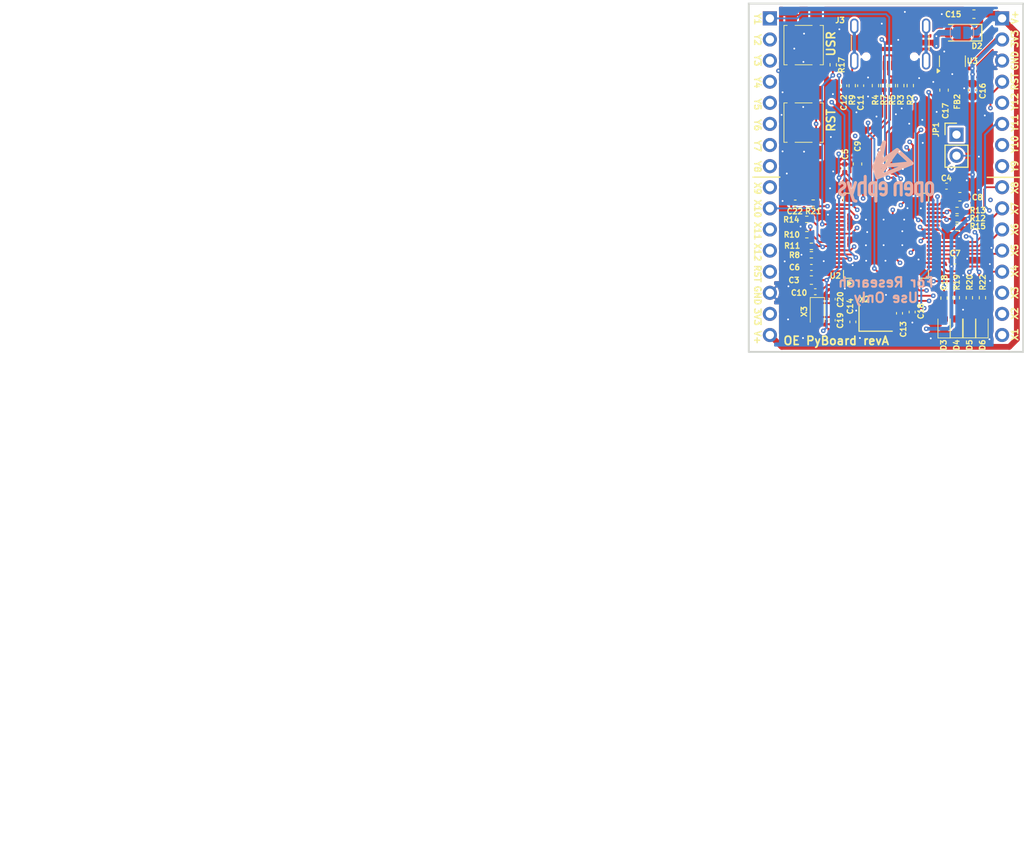
<source format=kicad_pcb>
(kicad_pcb (version 20241229) (generator "pcbnew") (generator_version "9.0")
  (layers (0 "F.Cu" signal) (4 "In1.Cu" signal) (6 "In2.Cu" signal) (2 "B.Cu" signal) (13 "F.Paste" user) (15 "B.Paste" user) (5 "F.SilkS" user "F.Silkscreen") (7 "B.SilkS" user "B.Silkscreen") (1 "F.Mask" user) (3 "B.Mask" user) (25 "Edge.Cuts" user))
  (net 0 "")
  (net 1 "/PB12-Y5")
  (net 2 "/PA9-VBUS")
  (net 3 "/PC13-X18")
  (net 4 "/PB14-Y7")
  (net 5 "Net-(U2-VCAP_1)")
  (net 6 "/PB1-Y12")
  (net 7 "/PB9-Y4")
  (net 8 "/PA7-X8")
  (net 9 "/PC3-X22")
  (net 10 "/PA0-X1")
  (net 11 "/N1")
  (net 12 "/PB13-Y6")
  (net 13 "/PB5-MMA_AVDD")
  (net 14 "/PB7-SDA-X10")
  (net 15 "/PC11-SDIO_D3")
  (net 16 "/PC9-SDIO_D1")
  (net 17 "/PB11-Y10")
  (net 18 "Net-(U2-VCAP_2)")
  (net 19 "/PA1-X2")
  (net 20 "/PA4-X5")
  (net 21 "/PA3-X4")
  (net 22 "/N4")
  (net 23 "/PC4-X11")
  (net 24 "/PC6-Y1")
  (net 25 "/PB15-Y8")
  (net 26 "/PA8-SDIO_SW")
  (net 27 "/PA5-X6")
  (net 28 "/PA2-X3")
  (net 29 "/PA10-ID")
  (net 30 "/PC1-X20")
  (net 31 "/N3")
  (net 32 "/PB0-Y11")
  (net 33 "/VDDA")
  (net 34 "/PC8-SDIO_D0")
  (net 35 "/PC2-X21")
  (net 36 "/PB6-SCL-X9")
  (net 37 "/PC12-SDIO_CK")
  (net 38 "/PC5-X12")
  (net 39 "/PA6-X7")
  (net 40 "/PC0-X19")
  (net 41 "/RST-SW")
  (net 42 "/PB8-Y3")
  (net 43 "/PC10-SDIO_D2")
  (net 44 "/PC7-Y2")
  (net 45 "/PB10-Y9")
  (net 46 "GND")
  (net 47 "V+")
  (net 48 "+3V3")
  (net 49 "/R")
  (net 50 "/G")
  (net 51 "/Y")
  (net 52 "VBUS")
  (net 53 "VBAT")
  (net 54 "/B")
  (net 55 "Net-(J3-SHIELD)")
  (net 56 "/USR-SW")
  (net 57 "/PB2-BOOT1-MMA-INT")
  (net 58 "/BOOT0")
  (net 60 "/CC1")
  (net 62 "/CC2")
  (net 63 "/D-")
  (net 64 "/D+")
  (net 65 "/PD2-SDIO_CMD")
  (net 66 "/N2")
  (net 67 "/PA13-RED")
  (net 68 "/PA14-GRN")
  (net 69 "/PA15-YEL")
  (net 70 "/PB4-BLU")
  (net 71 "/USB_P")
  (net 72 "/USB_N")
  (net 73 "/PB3-SW1")
  (footprint "LED_SMD:LED_0603_1608Metric" (layer "F.Cu") (at 153.543 132.969 90)
    (property "Reference" "D6")
    (property "Value" "LED-BLUE")
  )
  (footprint "Capacitor_SMD:C_0402_1005Metric" (layer "F.Cu") (at 135.509 129.792 90)
    (property "Reference" "C20")
    (property "Value" "12pF")
  )
  (footprint "Resistor_SMD:R_0402_1005Metric" (layer "F.Cu") (at 132.458991 120.197838 180)
    (property "Reference" "R14")
    (property "Value" "100k")
  )
  (footprint "Capacitor_SMD:C_0402_1005Metric" (layer "F.Cu") (at 138.938 104.112 -90)
    (property "Reference" "C11")
    (property "Value" "4.7nF")
  )
  (footprint "Connector_USB:USB_C_Receptacle_GCT_USB4105-xx-A_16P_TopMnt_Horizontal" (layer "F.Cu") (at 142.494 98.006 180)
    (property "Reference" "J3")
    (property "Value" "USB4105-GF-A")
  )
  (footprint "Resistor_SMD:R_0402_1005Metric" (layer "F.Cu") (at 140.716 104.102 -90)
    (property "Reference" "R4")
    (property "Value" "5.1k")
  )
  (footprint "Crystal:Crystal_SMD_2012-2Pin_2.0x1.2mm_HandSoldering" (layer "F.Cu") (at 133.731 131.316 -90)
    (property "Reference" "X3")
    (property "Value" "32.768 kHz")
  )
  (footprint "Capacitor_SMD:C_0603_1608Metric" (layer "F.Cu") (at 138.557 113.536 90)
    (property "Reference" "C9")
    (property "Value" "2.2uF")
  )
  (footprint "Resistor_SMD:R_0402_1005Metric" (layer "F.Cu") (at 141.224 113.028 -90)
    (property "Reference" "R6")
    (property "Value" "100k")
  )
  (footprint "Resistor_SMD:R_0402_1005Metric" (layer "F.Cu") (at 150.535 120.14 180)
    (property "Reference" "R12")
    (property "Value" "4k7")
  )
  (footprint "Inductor_SMD:L_0402_1005Metric" (layer "F.Cu") (at 150.495 104.14 -90)
    (property "Reference" "FB2")
    (property "Value" "1k@100MHz")
  )
  (footprint "Resistor_SMD:R_0402_1005Metric" (layer "F.Cu") (at 150.535 121.156)
    (property "Reference" "R15")
    (property "Value" "100k")
  )
  (footprint "Resistor_SMD:R_0402_1005Metric" (layer "F.Cu") (at 150.4442 129.627 -90)
    (property "Reference" "R19")
    (property "Value" "560R")
  )
  (footprint "Resistor_SMD:R_0402_1005Metric" (layer "F.Cu") (at 152.019 129.627 -90)
    (property "Reference" "R20")
    (property "Value" "560R")
  )
  (footprint "Capacitor_SMD:C_0603_1608Metric" (layer "F.Cu") (at 152.5654 95.504 180)
    (property "Reference" "C15")
    (property "Value" "2.2uF")
  )
  (footprint "LED_SMD:LED_0603_1608Metric" (layer "F.Cu") (at 148.971 132.9798 90)
    (property "Reference" "D3")
    (property "Value" "LED-RED")
  )
  (footprint "Resistor_SMD:R_0402_1005Metric" (layer "F.Cu") (at 150.535 119.124 180)
    (property "Reference" "R13")
    (property "Value" "4k7")
  )
  (footprint "Connector_PinHeader_2.54mm:PinHeader_1x16_P2.54mm_Vertical" (layer "F.Cu") (at 128.016 96.012)
    (property "Reference" "J6" (hide yes))
    (property "Value" "Conn_01x08")
  )
  (footprint "Capacitor_SMD:C_0603_1608Metric" (layer "F.Cu") (at 150.876 117.473)
    (property "Reference" "C8")
    (property "Value" "2.2uF")
  )
  (footprint "Resistor_SMD:R_0402_1005Metric" (layer "F.Cu") (at 153.5938 129.627 -90)
    (property "Reference" "R22")
    (property "Value" "270R")
  )
  (footprint "Resistor_SMD:R_0402_1005Metric" (layer "F.Cu") (at 135.636 101.599 90)
    (property "Reference" "R17")
    (property "Value" "4k7")
  )
  (footprint "Resistor_SMD:R_0402_1005Metric" (layer "F.Cu") (at 141.732 104.102 90)
    (property "Reference" "R7")
    (property "Value" "27R")
  )
  (footprint "Capacitor_SMD:C_0402_1005Metric" (layer "F.Cu") (at 149.265 116.203)
    (property "Reference" "C4")
    (property "Value" "100nF")
  )
  (footprint "Connector_PinHeader_2.54mm:PinHeader_1x02_P2.54mm_Vertical" (layer "F.Cu") (at 150.4696 110.0024)
    (property "Reference" "JP1")
    (property "Value" "Jumper")
  )
  (footprint "Diode_SMD:D_SOD-123" (layer "F.Cu") (at 151.1564 97.7392 180)
    (property "Reference" "D2")
    (property "Value" "SM5817PL")
  )
  (footprint "Crystal:Crystal_SMD_Abracon_ABM8AIG-4Pin_3.2x2.5mm" (layer "F.Cu") (at 140.7414 132.0038)
    (property "Reference" "X2")
    (property "Value" "12 MHz")
  )
  (footprint "Capacitor_SMD:C_0603_1608Metric" (layer "F.Cu") (at 152.4 104.648 -90)
    (property "Reference" "C16")
    (property "Value" "4.7uF")
  )
  (footprint "Capacitor_SMD:C_0402_1005Metric" (layer "F.Cu") (at 137.9982 132.5346 90)
    (property "Reference" "C14")
    (property "Value" "12pF")
  )
  (footprint "Resistor_SMD:R_0402_1005Metric" (layer "F.Cu") (at 133.009 123.442)
    (property "Reference" "R11")
    (property "Value" "4k7")
  )
  (footprint "LED_SMD:LED_0603_1608Metric" (layer "F.Cu") (at 150.4562 132.969 90)
    (property "Reference" "D4")
    (property "Value" "LED-GREEN")
  )
  (footprint "Capacitor_SMD:C_0402_1005Metric" (layer "F.Cu") (at 150.28 125.2)
    (property "Reference" "C7")
    (property "Value" "100nF")
  )
  (footprint "Button_Switch_SMD:SW_SPST_TL3305B" (layer "F.Cu") (at 132.075 108.55 -90)
    (property "Reference" "RST2" (hide yes))
    (property "Value" "SW_SPST")
  )
  (footprint "Capacitor_SMD:C_0402_1005Metric" (layer "F.Cu") (at 131.064 118.237 180)
    (property "Reference" "C22")
    (property "Value" "100nF")
  )
  (footprint "Capacitor_SMD:C_0603_1608Metric" (layer "F.Cu") (at 133.009 127.506 180)
    (property "Reference" "C3")
    (property "Value" "4.7uF")
  )
  (footprint "Capacitor_SMD:C_0402_1005Metric" (layer "F.Cu") (at 136.906 104.112 90)
    (property "Reference" "C12")
    (property "Value" "100nF")
  )
  (footprint "Resistor_SMD:R_0402_1005Metric" (layer "F.Cu") (at 133.223 118.237)
    (property "Reference" "R21")
    (property "Value" "4k7")
  )
  (footprint "Capacitor_SMD:C_0402_1005Metric" (layer "F.Cu") (at 143.6116 131.4958 -90)
    (property "Reference" "C13")
    (property "Value" "12pF")
  )
  (footprint "Package_QFP:LQFP-64_10x10mm_P0.5mm" (layer "F.Cu") (at 141.986 122.172 90)
    (property "Reference" "U2")
    (property "Value" "STM32F405RGT6")
  )
  (footprint "Resistor_SMD:R_0402_1005Metric" (layer "F.Cu") (at 133.009 124.458 180)
    (property "Reference" "R8")
    (property "Value" "10k")
  )
  (footprint "Resistor_SMD:R_0402_1005Metric" (layer "F.Cu") (at 137.922 104.112 90)
    (property "Reference" "R9")
    (property "Value" "1M")
  )
  (footprint "Capacitor_SMD:C_0603_1608Metric" (layer "F.Cu") (at 148.971 104.648 90)
    (property "Reference" "C17")
    (property "Value" "4.7uF")
  )
  (footprint "Resistor_SMD:R_0402_1005Metric" (layer "F.Cu") (at 143.764 104.102 -90)
    (property "Reference" "R3")
    (property "Value" "5.1k")
  )
  (footprint "Connector_PinHeader_2.54mm:PinHeader_1x16_P2.54mm_Vertical" (layer "F.Cu") (at 155.956 96.012)
    (property "Reference" "J7" (hide yes))
    (property "Value" "Conn_01x08")
  )
  (footprint "Resistor_SMD:R_0402_1005Metric" (layer "F.Cu") (at 132.461 122.045)
    (property "Reference" "R10")
    (property "Value" "4k7")
  )
  (footprint "Package_TO_SOT_SMD:SOT-23" (layer "F.Cu") (at 149.9768 101.1705 90)
    (property "Reference" "U3")
    (property "Value" "MCP1700T")
  )
  (footprint "LED_SMD:LED_0603_1608Metric" (layer "F.Cu") (at 152.019 132.969 90)
    (property "Reference" "D5")
    (property "Value" "LED-YELLOW")
  )
  (footprint "Button_Switch_SMD:SW_SPST_TL3305B" (layer "F.Cu") (at 132.075 99.225 -90)
    (property "Reference" "USR2" (hide yes))
    (property "Value" "SW_SPST")
  )
  (footprint "Resistor_SMD:R_0402_1005Metric" (layer "F.Cu") (at 144.907 104.102 90)
    (property "Reference" "R2")
    (property "Value" "560R")
  )
  (footprint "Capacitor_SMD:C_0402_1005Metric" (layer "F.Cu") (at 133.009 125.982 180)
    (property "Reference" "C6")
    (property "Value" "100nF")
  )
  (footprint "Capacitor_SMD:C_0402_1005Metric" (layer "F.Cu") (at 145.1356 131.3434 -90)
    (property "Reference" "C18")
    (property "Value" "100nF")
  )
  (footprint "Resistor_SMD:R_0402_1005Metric" (layer "F.Cu") (at 148.971 129.669 -90)
    (property "Reference" "R18")
    (property "Value" "560R")
  )
  (footprint "Capacitor_SMD:C_0402_1005Metric" (layer "F.Cu") (at 133.477 128.903 180)
    (property "Reference" "C10")
    (property "Value" "100nF")
  )
  (footprint "Capacitor_SMD:C_0402_1005Metric" (layer "F.Cu") (at 135.509 132.332 -90)
    (property "Reference" "C19")
    (property "Value" "12pF")
  )
  (footprint "Resistor_SMD:R_0402_1005Metric" (layer "F.Cu") (at 142.748 104.102 90)
    (property "Reference" "R5")
    (property "Value" "27R")
  )
  (footprint "Capacitor_SMD:C_0402_1005Metric" (layer "F.Cu") (at 137.033 114.044 90)
    (property "Reference" "C5")
    (property "Value" "100nF")
  )
  (footprint "Jumper:SolderJumper-2_P1.3mm_Open_RoundedPad1.0x1.5mm" (layer "B.Cu") (at 151.13 97.7392)
    (property "Reference" "JP2" (hide yes))
    (property "Value" "0R" (hide yes))
  )
  (footprint "OE PyBoard FootprintLib:OEPS Logo" (layer "B.Cu") (at 141.975 114.4152 180)
    (property "Reference" "REF**" (hide yes))
    (property "Value" "OEPS Logo" (hide yes))
  )
  (gr_line (start 154.178 115.1382) (end 158.0388 115.1382) (stroke (width 0.1778)) (layer "F.SilkS"))
  (gr_line (start 125.984 115.112) (end 129.2098 115.112) (stroke (width 0.1778)) (layer "F.SilkS"))
  (gr_rect (start 125.476 94.232) (end 158.496 136.142) (stroke (width 0.23)) (fill no) (layer "Edge.Cuts"))
  (gr_text "GND" (at 157.9372 102.3874 90) (layer "F.SilkS") (effects (font (size 0.762 0.762) (thickness 0.1778) (bold yes)) (justify left bottom)))
  (gr_text "Y3" (at 126.0856 100.2784 270) (layer "F.SilkS") (effects (font (size 0.762 0.762) (thickness 0.1778) (bold yes)) (justify left bottom)))
  (gr_text "X1" (at 157.9372 134.8994 90) (layer "F.SilkS") (effects (font (size 0.762 0.762) (thickness 0.1778) (bold yes)) (justify left bottom)))
  (gr_text "X8" (at 157.9372 117.234885 90) (layer "F.SilkS") (effects (font (size 0.762 0.762) (thickness 0.1778) (bold yes)) (justify left bottom)))
  (gr_text "Y10" (at 157.9372 112.3442 90) (layer "F.SilkS") (effects (font (size 0.762 0.762) (thickness 0.1778) (bold yes)) (justify left bottom)))
  (gr_text "Y2" (at 126.0856 97.7892 270) (layer "F.SilkS") (effects (font (size 0.762 0.762) (thickness 0.1778) (bold yes)) (justify left bottom)))
  (gr_text "X11" (at 126.0856 120.3952 270) (layer "F.SilkS") (effects (font (size 0.762 0.762) (thickness 0.1778) (bold yes)) (justify left bottom)))
  (gr_text "Y11" (at 157.9372 109.7534 90) (layer "F.SilkS") (effects (font (size 0.762 0.762) (thickness 0.1778) (bold yes)) (justify left bottom)))
  (gr_text "Y8" (at 126.0856 113.054826 270) (layer "F.SilkS") (effects (font (size 0.762 0.762) (thickness 0.1778) (bold yes)) (justify left bottom)))
  (gr_text "3V3" (at 126.0856 130.7584 270) (layer "F.SilkS") (effects (font (size 0.762 0.762) (thickness 0.1778) (bold yes)) (justify left bottom)))
  (gr_text "RST" (at 135.95 109.775 90) (layer "F.SilkS") (effects (font (size 1 1) (thickness 0.2032) (bold yes)) (justify left bottom)))
  (gr_text "X3" (at 157.9372 129.8702 90) (layer "F.SilkS") (effects (font (size 0.762 0.762) (thickness 0.1778) (bold yes)) (justify left bottom)))
  (gr_text "V+" (at 126.0856 133.5016 270) (layer "F.SilkS") (effects (font (size 0.762 0.762) (thickness 0.1778) (bold yes)) (justify left bottom)))
  (gr_text "Y4" (at 126.0856 102.92 270) (layer "F.SilkS") (effects (font (size 0.762 0.762) (thickness 0.1778) (bold yes)) (justify left bottom)))
  (gr_text "Y7" (at 126.0856 110.554708 270) (layer "F.SilkS") (effects (font (size 0.762 0.762) (thickness 0.1778) (bold yes)) (justify left bottom)))
  (gr_text "Y6" (at 126.0856 108.05459 270) (layer "F.SilkS") (effects (font (size 0.762 0.762) (thickness 0.1778) (bold yes)) (justify left bottom)))
  (gr_text "X7" (at 157.9372 119.736616 90) (layer "F.SilkS") (effects (font (size 0.762 0.762) (thickness 0.1778) (bold yes)) (justify left bottom)))
  (gr_text "X6" (at 157.9372 122.238347 90) (layer "F.SilkS") (effects (font (size 0.762 0.762) (thickness 0.1778) (bold yes)) (justify left bottom)))
  (gr_text "OE PyBoard revA" (at 136 134.8 0) (layer "F.SilkS") (effects (font (size 1 1) (thickness 0.2032) (bold yes))))
  (gr_text "Y9" (at 157.9372 114.6302 90) (layer "F.SilkS") (effects (font (size 0.762 0.762) (thickness 0.1778) (bold yes)) (justify left bottom)))
  (gr_text "Y1" (at 126.0856 95.3 270) (layer "F.SilkS") (effects (font (size 0.762 0.762) (thickness 0.1778) (bold yes)) (justify left bottom)))
  (gr_text "USR" (at 135.95 100.7 90) (layer "F.SilkS") (effects (font (size 1 1) (thickness 0.2032) (bold yes)) (justify left bottom)))
  (gr_text "RST" (at 157.9372 104.775 90) (layer "F.SilkS") (effects (font (size 0.762 0.762) (thickness 0.1778) (bold yes)) (justify left bottom)))
  (gr_text "X4" (at 157.9372 127.241808 90) (layer "F.SilkS") (effects (font (size 0.762 0.762) (thickness 0.1778) (bold yes)) (justify left bottom)))
  (gr_text "X2" (at 157.9372 132.3594 90) (layer "F.SilkS") (effects (font (size 0.762 0.762) (thickness 0.1778) (bold yes)) (justify left bottom)))
  (gr_text "X10" (at 126.0856 117.7028 270) (layer "F.SilkS") (effects (font (size 0.762 0.762) (thickness 0.1778) (bold yes)) (justify left bottom)))
  (gr_text "X5" (at 157.9372 124.740077 90) (layer "F.SilkS") (effects (font (size 0.762 0.762) (thickness 0.1778) (bold yes)) (justify left bottom)))
  (gr_text "V+" (at 157.9372 96.7994 90) (layer "F.SilkS") (effects (font (size 0.762 0.762) (thickness 0.1778) (bold yes)) (justify left bottom)))
  (gr_text "Y5" (at 126.0856 105.554472 270) (layer "F.SilkS") (effects (font (size 0.762 0.762) (thickness 0.1778) (bold yes)) (justify left bottom)))
  (gr_text "X9" (at 126.0856 115.62 270) (layer "F.SilkS") (effects (font (size 0.762 0.762) (thickness 0.1778) (bold yes)) (justify left bottom)))
  (gr_text "GND" (at 126.0856 128.066 270) (layer "F.SilkS") (effects (font (size 0.762 0.762) (thickness 0.1778) (bold yes)) (justify left bottom)))
  (gr_text "X12" (at 126.0856 122.9352 270) (layer "F.SilkS") (effects (font (size 0.762 0.762) (thickness 0.1778) (bold yes)) (justify left bottom)))
  (gr_text "3V3" (at 157.9372 99.6442 90) (layer "F.SilkS") (effects (font (size 0.762 0.762) (thickness 0.1778) (bold yes)) (justify left bottom)))
  (gr_text "RST" (at 126.0856 125.5768 270) (layer "F.SilkS") (effects (font (size 0.762 0.762) (thickness 0.1778) (bold yes)) (justify left bottom)))
  (gr_text "Y12" (at 157.9372 107.2134 90) (layer "F.SilkS") (effects (font (size 0.762 0.762) (thickness 0.1778) (bold yes)) (justify left bottom)))
  (gr_text "For Research\nUse Only" (at 141.975 130.3 0) (layer "B.SilkS") (effects (font (size 1.15 1.15) (thickness 0.25) (bold yes)) (justify bottom mirror)))
  (segment (start 146.2024 109.4232) (end 145.736 109.8896) (width 0.22) (layer "F.Cu") (net 1))
  (segment (start 145.736 109.8896) (end 145.736 116.497) (width 0.22) (layer "F.Cu") (net 1))
  (via (at 146.2024 109.4232) (size 0.55) (drill 0.22) (layers "F.Cu" "B.Cu") (net 1))
  (segment (start 141.236 114.794) (end 141.236 116.497) (width 0.22) (layer "F.Cu") (net 2))
  (segment (start 144.907 104.65) (end 144.907 106.9086) (width 0.22) (layer "F.Cu") (net 2))
  (segment (start 141.986 114.044) (end 141.236 114.794) (width 0.22) (layer "F.Cu") (net 2))
  (segment (start 141.986 109.8296) (end 141.986 114.044) (width 0.22) (layer "F.Cu") (net 2))
  (segment (start 144.907 106.9086) (end 141.986 109.8296) (width 0.22) (layer "F.Cu") (net 2))
  (segment (start 144.736 111.793764) (end 144.736 116.497) (width 0.22) (layer "F.Cu") (net 4))
  (segment (start 144.47166 111.529424) (end 144.736 111.793764) (width 0.22) (layer "F.Cu") (net 4))
  (via (at 144.47166 111.529424) (size 0.55) (drill 0.22) (layers "F.Cu" "B.Cu") (net 4))
  (segment (start 148.792 118.922) (end 147.661 118.922) (width 0.22) (layer "F.Cu") (net 5))
  (segment (start 150.101 117.613) (end 148.792 118.922) (width 0.22) (layer "F.Cu") (net 5))
  (segment (start 146.806 120.922) (end 146.151 120.267) (width 0.22) (layer "F.Cu") (net 6))
  (segment (start 146.151 120.267) (end 145.871 120.267) (width 0.22) (layer "F.Cu") (net 6))
  (segment (start 147.661 120.922) (end 146.806 120.922) (width 0.22) (layer "F.Cu") (net 6))
  (via (at 145.542 105.664) (size 0.55) (drill 0.22) (layers "F.Cu" "B.Cu") (net 6))
  (via (at 145.871 120.267) (size 0.55) (drill 0.22) (layers "F.Cu" "B.Cu") (net 6))
  (segment (start 145.542 105.664) (end 145.542 119.938) (width 0.22) (layer "B.Cu") (net 6))
  (segment (start 145.542 119.938) (end 145.871 120.267) (width 0.22) (layer "B.Cu") (net 6))
  (segment (start 137.637104 124.998895) (end 137.560209 124.922) (width 0.22) (layer "F.Cu") (net 7))
  (segment (start 137.637104 125.007) (end 137.637104 124.998895) (width 0.22) (layer "F.Cu") (net 7))
  (segment (start 137.560209 124.922) (end 136.311 124.922) (width 0.22) (layer "F.Cu") (net 7))
  (via (at 135.45 106.1) (size 0.55) (drill 0.22) (layers "F.Cu" "B.Cu") (net 7))
  (via (at 137.637104 125.007) (size 0.55) (drill 0.22) (layers "F.Cu" "B.Cu") (net 7))
  (segment (start 137.637104 124.998895) (end 137.637104 125.007) (width 0.22) (layer "B.Cu") (net 7))
  (segment (start 135.6 106.261) (end 136.993 107.654) (width 0.22) (layer "B.Cu") (net 7))
  (segment (start 136.993 124.354791) (end 137.637104 124.998895) (width 0.22) (layer "B.Cu") (net 7))
  (segment (start 136.993 107.654) (end 136.993 124.354791) (width 0.22) (layer "B.Cu") (net 7))
  (segment (start 135.45 106.1) (end 135.6 106.25) (width 0.22) (layer "B.Cu") (net 7))
  (segment (start 135.6 106.25) (end 135.6 106.261) (width 0.22) (layer "B.Cu") (net 7))
  (segment (start 152.803 122.922) (end 153.797 121.928) (width 0.21) (layer "F.Cu") (net 8))
  (segment (start 154.053 116.33) (end 155.956 116.33) (width 0.21) (layer "F.Cu") (net 8))
  (segment (start 153.797 121.928) (end 153.797 116.586) (width 0.21) (layer "F.Cu") (net 8))
  (segment (start 147.661 122.922) (end 152.158 122.922) (width 0.21) (layer "F.Cu") (net 8))
  (segment (start 153.797 116.586) (end 154.053 116.33) (width 0.21) (layer "F.Cu") (net 8))
  (segment (start 152.158 122.922) (end 152.803 122.922) (width 0.21) (layer "F.Cu") (net 8))
  (segment (start 145.068215 130.006015) (end 144.736 129.6738) (width 0.22) (layer "F.Cu") (net 10))
  (segment (start 147.1734 130.006015) (end 145.068215 130.006015) (width 0.22) (layer "F.Cu") (net 10))
  (segment (start 144.736 129.6738) (end 144.736 127.847) (width 0.22) (layer "F.Cu") (net 10))
  (segment (start 144.775 127.886) (end 144.736 127.847) (width 0.22) (layer "F.Cu") (net 10))
  (via (at 147.1734 130.006015) (size 0.55) (drill 0.22) (layers "F.Cu" "B.Cu") (net 10))
  (segment (start 136.299 130.272) (end 137.414 129.157) (width 0.22) (layer "F.Cu") (net 11))
  (segment (start 135.509 130.272) (end 136.299 130.272) (width 0.22) (layer "F.Cu") (net 11))
  (segment (start 137.414 129.157) (end 138.938 129.157) (width 0.22) (layer "F.Cu") (net 11))
  (segment (start 139.236 128.859) (end 139.236 127.847) (width 0.22) (layer "F.Cu") (net 11))
  (segment (start 138.938 129.157) (end 139.236 128.859) (width 0.22) (layer "F.Cu") (net 11))
  (segment (start 134.104 130.272) (end 135.509 130.272) (width 0.22) (layer "F.Cu") (net 11))
  (segment (start 145.236 111.2762) (end 145.236 116.497) (width 0.22) (layer "F.Cu") (net 12))
  (segment (start 144.8308 110.871) (end 145.236 111.2762) (width 0.22) (layer "F.Cu") (net 12))
  (via (at 144.8308 110.871) (size 0.55) (drill 0.22) (layers "F.Cu" "B.Cu") (net 12))
  (segment (start 134.235 122.422) (end 136.311 122.422) (width 0.22) (layer "F.Cu") (net 13))
  (segment (start 132.968991 120.197838) (end 133.731 120.959847) (width 0.22) (layer "F.Cu") (net 13))
  (segment (start 133.731 121.918) (end 134.235 122.422) (width 0.22) (layer "F.Cu") (net 13))
  (segment (start 133.731 120.959847) (end 133.731 121.918) (width 0.22) (layer "F.Cu") (net 13))
  (segment (start 136.311 123.422) (end 133.539 123.422) (width 0.22) (layer "F.Cu") (net 14))
  (via (at 134.366 123.507) (size 0.55) (drill 0.22) (layers "F.Cu" "B.Cu") (net 14))
  (segment (start 134.366 123.507) (end 133.731 122.872) (width 0.22) (layer "B.Cu") (net 14))
  (segment (start 133.731 119.634) (end 132.967 118.87) (width 0.22) (layer "B.Cu") (net 14))
  (segment (start 132.967 118.87) (end 128.016 118.87) (width 0.22) (layer "B.Cu") (net 14))
  (segment (start 133.731 122.872) (end 133.731 119.634) (width 0.22) (layer "B.Cu") (net 14))
  (segment (start 150.025 119.124) (end 149.512454 119.124) (width 0.22) (layer "F.Cu") (net 17))
  (segment (start 149.214454 119.422) (end 147.661 119.422) (width 0.22) (layer "F.Cu") (net 17))
  (segment (start 149.512454 119.124) (end 149.214454 119.422) (width 0.22) (layer "F.Cu") (net 17))
  (via (at 154.559 117.856) (size 0.55) (drill 0.22) (layers "F.Cu" "B.Cu") (net 17))
  (via (at 149.315961 119.320493) (size 0.55) (drill 0.22) (layers "F.Cu" "B.Cu") (net 17))
  (segment (start 138.736 116.497) (end 138.736 114.49) (width 0.22) (layer "F.Cu") (net 18))
  (segment (start 145.669 129.3876) (end 145.236 128.9546) (width 0.22) (layer "F.Cu") (net 19))
  (segment (start 145.275 127.886) (end 145.236 127.847) (width 0.22) (layer "F.Cu") (net 19))
  (segment (start 145.236 128.9546) (end 145.236 127.847) (width 0.22) (layer "F.Cu") (net 19))
  (segment (start 147.6756 129.3876) (end 145.669 129.3876) (width 0.22) (layer "F.Cu") (net 19))
  (via (at 147.6756 129.3876) (size 0.55) (drill 0.22) (layers "F.Cu" "B.Cu") (net 19))
  (segment (start 151.45687 124.422) (end 151.53587 124.343) (width 0.22) (layer "F.Cu") (net 20))
  (segment (start 155.565 124.343) (end 155.956 123.952) (width 0.22) (layer "F.Cu") (net 20))
  (segment (start 151.53587 124.343) (end 155.565 124.343) (width 0.22) (layer "F.Cu") (net 20))
  (segment (start 147.661 124.422) (end 151.45687 124.422) (width 0.22) (layer "F.Cu") (net 20))
  (segment (start 149.301 126.441) (end 150.884 126.441) (width 0.22) (layer "F.Cu") (net 21))
  (segment (start 151.45 125.875) (end 153.8 125.875) (width 0.22) (layer "F.Cu") (net 21))
  (segment (start 154.433 126.492) (end 155.956 126.492) (width 0.22) (layer "F.Cu") (net 21))
  (segment (start 153.8 125.875) (end 154.425 126.5) (width 0.22) (layer "F.Cu") (net 21))
  (segment (start 154.425 126.5) (end 154.433 126.492) (width 0.22) (layer "F.Cu") (net 21))
  (segment (start 150.884 126.441) (end 151.45 125.875) (width 0.22) (layer "F.Cu") (net 21))
  (segment (start 147.661 125.922) (end 148.782 125.922) (width 0.22) (layer "F.Cu") (net 21))
  (segment (start 148.782 125.922) (end 149.301 126.441) (width 0.22) (layer "F.Cu") (net 21))
  (segment (start 140.736 129.812) (end 140.97 130.046) (width 0.22) (layer "F.Cu") (net 22))
  (segment (start 140.97 130.046) (end 143.3556 130.046) (width 0.22) (layer "F.Cu") (net 22))
  (segment (start 143.6116 130.302) (end 143.6116 131.09) (width 0.22) (layer "F.Cu") (net 22))
  (segment (start 143.3556 130.046) (end 143.6116 130.302) (width 0.22) (layer "F.Cu") (net 22))
  (segment (start 140.736 127.847) (end 140.736 129.812) (width 0.22) (layer "F.Cu") (net 22))
  (segment (start 143.6116 131.09) (end 141.686 131.09) (width 0.22) (layer "F.Cu") (net 22))
  (segment (start 146.177 122.807) (end 146.562 122.422) (width 0.22) (layer "F.Cu") (net 23))
  (segment (start 146.562 122.422) (end 147.661 122.422) (width 0.22) (layer "F.Cu") (net 23))
  (via (at 146.177 122.807) (size 0.55) (drill 0.22) (layers "F.Cu" "B.Cu") (net 23))
  (segment (start 143.736 116.497) (end 143.736 115.342) (width 0.22) (layer "F.Cu") (net 24))
  (segment (start 143.736 115.342) (end 143.764 115.314) (width 0.22) (layer "F.Cu") (net 24))
  (via (at 143.764 115.314) (size 0.55) (drill 0.22) (layers "F.Cu" "B.Cu") (net 24))
  (segment (start 142.367 113.917) (end 142.367 95.885) (width 0.22) (layer "B.Cu") (net 24))
  (segment (start 131.824 95.504) (end 131.318 96.01) (width 0.22) (layer "B.Cu") (net 24))
  (segment (start 141.986 95.504) (end 131.824 95.504) (width 0.22) (layer "B.Cu") (net 24))
  (segment (start 142.367 95.885) (end 141.986 95.504) (width 0.22) (layer "B.Cu") (net 24))
  (segment (start 143.764 115.314) (end 142.367 113.917) (width 0.22) (layer "B.Cu") (net 24))
  (segment (start 131.318 96.01) (end 128.016 96.01) (width 0.22) (layer "B.Cu") (net 24))
  (segment (start 144.236 118.017) (end 144.236 116.497) (width 0.22) (layer "F.Cu") (net 25))
  (segment (start 143.764 118.489) (end 144.236 118.017) (width 0.22) (layer "F.Cu") (net 25))
  (via (at 143.764 118.489) (size 0.55) (drill 0.22) (layers "F.Cu" "B.Cu") (net 25))
  (segment (start 153.446 123.922) (end 155.956 121.412) (width 0.22) (layer "F.Cu") (net 27))
  (segment (start 147.661 123.922) (end 153.446 123.922) (width 0.22) (layer "F.Cu") (net 27))
  (segment (start 145.736 128.4894) (end 145.736 127.847) (width 0.22) (layer "F.Cu") (net 28))
  (segment (start 145.9992 128.7526) (end 145.736 128.4894) (width 0.22) (layer "F.Cu") (net 28))
  (segment (start 146.8628 128.7526) (end 145.9992 128.7526) (width 0.22) (layer "F.Cu") (net 28))
  (via (at 146.8628 128.7526) (size 0.55) (drill 0.22) (layers "F.Cu" "B.Cu") (net 28))
  (segment (start 140.775 114.493) (end 141.224 114.044) (width 0.22) (layer "F.Cu") (net 29))
  (segment (start 141.224 114.044) (end 141.224 113.538) (width 0.22) (layer "F.Cu") (net 29))
  (segment (start 140.775 116.398) (end 140.775 114.493) (width 0.22) (layer "F.Cu") (net 29))
  (segment (start 139.4254 133.0198) (end 139.6414 132.8038) (width 0.22) (layer "F.Cu") (net 31))
  (segment (start 140.236 129.891) (end 140.081 130.046) (width 0.22) (layer "F.Cu") (net 31))
  (segment (start 137.3124 130.7592) (end 137.3124 132.8674) (width 0.22) (layer "F.Cu") (net 31))
  (segment (start 137.3124 132.8674) (end 137.4596 133.0146) (width 0.22) (layer "F.Cu") (net 31))
  (segment (start 140.236 127.847) (end 140.236 129.891) (width 0.22) (layer "F.Cu") (net 31))
  (segment (start 138.0256 130.046) (end 137.3124 130.7592) (width 0.22) (layer "F.Cu") (net 31))
  (segment (start 140.081 130.046) (end 138.0256 130.046) (width 0.22) (layer "F.Cu") (net 31))
  (segment (start 137.7442 133.0198) (end 139.4254 133.0198) (width 0.22) (layer "F.Cu") (net 31))
  (segment (start 138.403165 133.0198) (end 137.7442 133.0198) (width 0.22) (layer "F.Cu") (net 31))
  (segment (start 137.4596 133.0146) (end 137.9982 133.0146) (width 0.22) (layer "F.Cu") (net 31))
  (segment (start 146.3795 121.422) (end 147.661 121.422) (width 0.22) (layer "F.Cu") (net 32))
  (segment (start 146.08175 121.12425) (end 146.3795 121.422) (width 0.22) (layer "F.Cu") (net 32))
  (via (at 154.432 119.126) (size 0.55) (drill 0.22) (layers "F.Cu" "B.Cu") (net 32))
  (via (at 146.08175 121.12425) (size 0.55) (drill 0.22) (layers "F.Cu" "B.Cu") (net 32))
  (segment (start 153.902531 110.003469) (end 155.196 108.71) (width 0.23) (layer "B.Cu") (net 32))
  (segment (start 153.902531 118.596531) (end 153.902531 110.003469) (width 0.23) (layer "B.Cu") (net 32))
  (segment (start 155.196 108.71) (end 155.956 108.71) (width 0.23) (layer "B.Cu") (net 32))
  (segment (start 154.432 119.126) (end 153.902531 118.596531) (width 0.23) (layer "B.Cu") (net 32))
  (segment (start 149.238 105.156) (end 149.964 105.156) (width 0.26) (layer "F.Cu") (net 33))
  (segment (start 144.236 129.9638) (end 144.236 127.847) (width 0.23) (layer "F.Cu") (net 33))
  (segment (start 147.6378 105.423) (end 148.971 105.423) (width 0.23) (layer "F.Cu") (net 33))
  (segment (start 149.964 105.156) (end 150.495 104.625) (width 0.26) (layer "F.Cu") (net 33))
  (segment (start 146.5834 130.8862) (end 145.1584 130.8862) (width 0.23) (layer "F.Cu") (net 33))
  (segment (start 147.1168 104.902) (end 147.6378 105.423) (width 0.23) (layer "F.Cu") (net 33))
  (segment (start 145.1584 130.8862) (end 144.236 129.9638) (width 0.23) (layer "F.Cu") (net 33))
  (segment (start 148.971 105.423) (end 148.885 105.509) (width 0.23) (layer "F.Cu") (net 33))
  (segment (start 148.971 105.423) (end 149.238 105.156) (width 0.26) (layer "F.Cu") (net 33))
  (via (at 147.1168 104.902) (size 0.55) (drill 0.22) (layers "F.Cu" "B.Cu") (net 33))
  (via (at 146.5834 130.8862) (size 0.55) (drill 0.22) (layers "F.Cu" "B.Cu") (net 33))
  (segment (start 146.2278 130.5306) (end 146.5834 130.8862) (width 0.23) (layer "B.Cu") (net 33))
  (segment (start 147.1422 126.1872) (end 146.2278 127.1016) (width 0.23) (layer "B.Cu") (net 33))
  (segment (start 146.2278 127.1016) (end 146.2278 130.5306) (width 0.23) (layer "B.Cu") (net 33))
  (segment (start 147.1168 104.902) (end 147.1168 104.9274) (width 0.23) (layer "B.Cu") (net 33))
  (segment (start 147.1422 104.9528) (end 147.1422 126.1872) (width 0.23) (layer "B.Cu") (net 33))
  (segment (start 147.1168 104.9274) (end 147.1422 104.9528) (width 0.23) (layer "B.Cu") (net 33))
  (segment (start 132.885431 121.949461) (end 132.975985 122.040015) (width 0.22) (layer "F.Cu") (net 36))
  (segment (start 133.076482 122.045) (end 133.953482 122.922) (width 0.22) (layer "F.Cu") (net 36))
  (segment (start 133.953482 122.922) (end 136.311 122.922) (width 0.22) (layer "F.Cu") (net 36))
  (segment (start 132.885431 121.061573) (end 132.885431 121.949461) (width 0.22) (layer "F.Cu") (net 36))
  (via (at 132.885431 121.061573) (size 0.55) (drill 0.22) (layers "F.Cu" "B.Cu") (net 36))
  (segment (start 144.975 124.203025) (end 145.288 123.890025) (width 0.22) (layer "F.Cu") (net 38))
  (segment (start 145.288 123.890025) (end 145.288 122.390626) (width 0.22) (layer "F.Cu") (net 38))
  (segment (start 145.288 122.390626) (end 145.756626 121.922) (width 0.22) (layer "F.Cu") (net 38))
  (segment (start 145.756626 121.922) (end 147.661 121.922) (width 0.22) (layer "F.Cu") (net 38))
  (via (at 144.975 124.203025) (size 0.55) (drill 0.22) (layers "F.Cu" "B.Cu") (net 38))
  (segment (start 155.448 119.38) (end 155.956 119.38) (width 0.22) (layer "F.Cu") (net 39))
  (segment (start 154.675 121.9) (end 154.675 120.153) (width 0.22) (layer "F.Cu") (net 39))
  (segment (start 147.661 123.422) (end 153.153 123.422) (width 0.22) (layer "F.Cu") (net 39))
  (segment (start 154.675 120.153) (end 155.448 119.38) (width 0.22) (layer "F.Cu") (net 39))
  (segment (start 153.153 123.422) (end 154.675 121.9) (width 0.22) (layer "F.Cu") (net 39))
  (segment (start 133.575 108.7) (end 133.575 112.025) (width 0.21) (layer "F.Cu") (net 41))
  (segment (start 132.713 112.887) (end 133.575 112.025) (width 0.23) (layer "F.Cu") (net 41))
  (segment (start 141.236001 126.758001) (end 141.236001 127.846999) (width 0.22) (layer "F.Cu") (net 41))
  (segment (start 132.713 118.237) (end 131.544 118.237) (width 0.23) (layer "F.Cu") (net 41))
  (segment (start 132.713 118.237) (end 132.713 112.887) (width 0.23) (layer "F.Cu") (net 41))
  (segment (start 154.555563 105.239437) (end 155.956 103.839) (width 0.23) (layer "F.Cu") (net 41))
  (segment (start 133.575 104.825) (end 133.575 108.7) (width 0.21) (layer "F.Cu") (net 41))
  (segment (start 154.555563 106.807) (end 154.555563 105.239437) (width 0.23) (layer "F.Cu") (net 41))
  (segment (start 140.589 126.111) (end 141.236001 126.758001) (width 0.22) (layer "F.Cu") (net 41))
  (via (at 154.555563 106.807) (size 0.55) (drill 0.22) (layers "F.Cu" "B.Cu") (net 41))
  (via (at 139.827 108.585) (size 0.55) (drill 0.22) (layers "F.Cu" "B.Cu") (net 41))
  (via (at 140.589 126.111) (size 0.55) (drill 0.22) (layers "F.Cu" "B.Cu") (net 41))
  (via (at 133.575 108.7) (size 0.55) (drill 0.22) (layers "F.Cu" "B.Cu") (net 41))
  (segment (start 140.589 110.538) (end 140.589 126.111) (width 0.22) (layer "B.Cu") (net 41))
  (segment (start 139.827 109.776) (end 140.589 110.538) (width 0.22) (layer "B.Cu") (net 41))
  (segment (start 139.827 108.585) (end 139.827 109.776) (width 0.22) (layer "B.Cu") (net 41))
  (segment (start 136.383 124.422) (end 136.347 124.458) (width 0.22) (layer "F.Cu") (net 42))
  (segment (start 138.011 124.422) (end 136.383 124.422) (width 0.22) (layer "F.Cu") (net 42))
  (segment (start 138.354428 124.765428) (end 138.011 124.422) (width 0.22) (layer "F.Cu") (net 42))
  (segment (start 138.354428 124.788025) (end 138.354428 124.765428) (width 0.22) (layer "F.Cu") (net 42))
  (via (at 136.339022 102.889106) (size 0.55) (drill 0.22) (layers "F.Cu" "B.Cu") (net 42))
  (via (at 138.354428 124.788025) (size 0.55) (drill 0.22) (layers "F.Cu" "B.Cu") (net 42))
  (segment (start 138.354428 124.788025) (end 138.354428 124.765428) (width 0.22) (layer "B.Cu") (net 42))
  (segment (start 136.339022 102.889106) (end 136.339022 105.99883) (width 0.22) (layer "B.Cu") (net 42))
  (segment (start 138.354428 124.765428) (end 137.569063 123.980063) (width 0.22) (layer "B.Cu") (net 42))
  (segment (start 137.569063 123.980063) (end 137.569063 107.228871) (width 0.22) (layer "B.Cu") (net 42))
  (segment (start 137.569063 107.228871) (end 136.339022 105.99883) (width 0.22) (layer "B.Cu") (net 42))
  (segment (start 143.236 115.674036) (end 143.236 116.497) (width 0.22) (layer "F.Cu") (net 44))
  (segment (start 142.24 115.187) (end 142.748964 115.187) (width 0.22) (layer "F.Cu") (net 44))
  (segment (start 142.748964 115.187) (end 143.236 115.674036) (width 0.22) (layer "F.Cu") (net 44))
  (via (at 141.478 98.552) (size 0.55) (drill 0.22) (layers "F.Cu" "B.Cu") (net 44))
  (via (at 142.24 115.187) (size 0.55) (drill 0.22) (layers "F.Cu" "B.Cu") (net 44))
  (segment (start 141.859 114.806) (end 142.24 115.187) (width 0.22) (layer "B.Cu") (net 44))
  (segment (start 141.478 98.552) (end 141.859 98.933) (width 0.22) (layer "B.Cu") (net 44))
  (segment (start 141.859 98.933) (end 141.859 114.806) (width 0.22) (layer "B.Cu") (net 44))
  (segment (start 149.273885 120.228716) (end 149.273885 120.072617) (width 0.22) (layer "F.Cu") (net 45))
  (segment (start 149.273885 120.228716) (end 149.362601 120.14) (width 0.22) (layer "F.Cu") (net 45))
  (segment (start 149.362601 120.14) (end 150.025 120.14) (width 0.22) (layer "F.Cu") (net 45))
  (segment (start 149.123268 119.922) (end 147.661 119.922) (width 0.22) (layer "F.Cu") (net 45))
  (segment (start 149.273885 120.072617) (end 149.123268 119.922) (width 0.22) (layer "F.Cu") (net 45))
  (via (at 149.273885 120.228716) (size 0.55) (drill 0.22) (layers "F.Cu" "B.Cu") (net 45))
  (via (at 149.86 114.046) (size 0.55) (drill 0.22) (layers "F.Cu" "B.Cu") (net 45))
  (segment (start 132.997 129.312) (end 132.997 128.903) (width 0.22) (layer "F.Cu") (net 46))
  (segment (start 136.0932 132.6388) (end 136.144 132.6388) (width 0.23) (layer "F.Cu") (net 46))
  (segment (start 137.9728 125.7046) (end 137.953236 125.685036) (width 0.22) (layer "F.Cu") (net 46))
  (segment (start 137.033 113.564) (end 137.033 113.028) (width 0.22) (layer "F.Cu") (net 46))
  (segment (start 137.953236 125.685036) (end 137.397 125.685036) (width 0.22) (layer "F.Cu") (net 46))
  (segment (start 132.588 124.458) (end 131.815548 124.458) (width 0.22) (layer "F.Cu") (net 46))
  (segment (start 135.297 129.524) (end 133.209 129.524) (width 0.22) (layer "F.Cu") (net 46))
  (segment (start 134.693 125.422) (end 136.311 125.422) (width 0.22) (layer "F.Cu") (net 46))
  (segment (start 135.92 132.812) (end 135.9408 132.7912) (width 0.23) (layer "F.Cu") (net 46))
  (segment (start 133.209 129.524) (end 132.997 129.312) (width 0.22) (layer "F.Cu") (net 46))
  (segment (start 137.3 112.761) (end 138.557 112.761) (width 0.22) (layer "F.Cu") (net 46))
  (segment (start 135.509 129.312) (end 135.297 129.524) (width 0.22) (layer "F.Cu") (net 46))
  (segment (start 135.509 132.812) (end 135.92 132.812) (width 0.23) (layer "F.Cu") (net 46))
  (segment (start 134.493 125.222) (end 134.693 125.422) (width 0.22) (layer "F.Cu") (net 46))
  (segment (start 137.397 125.685036) (end 137.133964 125.422) (width 0.22) (layer "F.Cu") (net 46))
  (segment (start 137.033 113.028) (end 137.3 112.761) (width 0.22) (layer "F.Cu") (net 46))
  (segment (start 135.9408 132.7912) (end 136.0932 132.6388) (width 0.23) (layer "F.Cu") (net 46))
  (segment (start 137.133964 125.422) (end 136.311 125.422) (width 0.22) (layer "F.Cu") (net 46))
  (via (at 131.70651 121.062966) (size 0.55) (drill 0.22) (layers "F.Cu" "B.Cu") (net 46))
  (via (at 141.478 96.647) (size 0.55) (drill 0.22) (layers "F.Cu" "B.Cu") (net 46))
  (via (at 143.875 106.85) (size 0.55) (drill 0.22) (layers "F.Cu" "B.Cu") (net 46))
  (via (at 139.573 123.317) (size 0.55) (drill 0.22) (layers "F.Cu" "B.Cu") (net 46))
  (via (at 129.54 112.014) (size 0.55) (drill 0.22) (layers "F.Cu" "B.Cu") (net 46))
  (via (at 139.6 125.175) (size 0.55) (drill 0.22) (layers "F.Cu" "B.Cu") (net 46))
  (via (at 144.78 108.6866) (size 0.55) (drill 0.22) (layers "F.Cu" "B.Cu") (net 46))
  (via (at 144.575 118.85) (size 0.55) (drill 0.22) (layers "F.Cu" "B.Cu") (net 46))
  (via (at 151.7 115.5) (size 0.55) (drill 0.22) (layers "F.Cu" "B.Cu") (net 46))
  (via (at 135.35 110.286) (size 0.55) (drill 0.22) (layers "F.Cu" "B.Cu") (net 46))
  (via (at 154.5 127.6) (size 0.55) (drill 0.22) (layers "F.Cu" "B.Cu") (net 46))
  (via (at 147.3708 134.5184) (size 0.55) (drill 0.22) (layers "F.Cu" "B.Cu") (net 46))
  (via (at 144.018 114.1476) (size 0.55) (drill 0.22) (layers "F.Cu" "B.Cu") (net 46))
  (via (at 139.827 103.124) (size 0.55) (drill 0.22) (layers "F.Cu" "B.Cu") (net 46))
  (via (at 130.246 128.25) (size 0.55) (drill 0.22) (layers "F.Cu" "B.Cu") (net 46))
  (via (at 149.9616 102.7176) (size 0.55) (drill 0.22) (layers "F.Cu" "B.Cu") (net 46))
  (via (at 143.175 107.55) (size 0.55) (drill 0.22) (layers "F.Cu" "B.Cu") (net 46))
  (via (at 129.425 107.625) (size 0.55) (drill 0.22) (layers "F.Cu" "B.Cu") (net 46))
  (via (at 129.54 104.902) (size 0.55) (drill 0.22) (layers "F.Cu" "B.Cu") (net 46))
  (via (at 145.9 125.025) (size 0.55) (drill 0.22) (layers "F.Cu" "B.Cu") (net 46))
  (via (at 151.275 126.925) (size 0.55) (drill 0.22) (layers "F.Cu" "B.Cu") (net 46))
  (via (at 145.9738 103.2002) (size 0.55) (drill 0.22) (layers "F.Cu" "B.Cu") (net 46))
  (via (at 143.95 123.3) (size 0.55) (drill 0.22) (layers "F.Cu" "B.Cu") (net 46))
  (via (at 146.177 118.872) (size 0.55) (drill 0.22) (layers "F.Cu" "B.Cu") (net 46))
  (via (at 132.125 112.05) (size 0.55) (drill 0.22) (layers "F.Cu" "B.Cu") (net 46))
  (via (at 140.843 107.823) (size 0.55) (drill 0.22) (layers "F.Cu" "B.Cu") (net 46))
  (via (at 153.162 112.649) (size 0.55) (drill 0.22) (layers "F.Cu" "B.Cu") (net 46))
  (via (at 153.8732 107.696) (size 0.55) (drill 0.22) (layers "F.Cu" "B.Cu") (net 46))
  (via (at 151.393912 104.421942) (size 0.55) (drill 0.22) (layers "F.Cu" "B.Cu") (net 46))
  (via (at 143.6116 112.0394) (size 0.55) (drill 0.22) (layers "F.Cu" "B.Cu") (net 46))
  (via (at 129.54 117.983) (size 0.55) (drill 0.22) (layers "F.Cu" "B.Cu") (net 46))
  (via (at 131.815548 124.458) (size 0.55) (drill 0.22) (layers "F.Cu" "B.Cu") (net 46))
  (via (at 151.765 124.9426) (size 0.55) (drill 0.22) (layers "F.Cu" "B.Cu") (net 46))
  (via (at 147.6756 103.6574) (size 0.55) (drill 0.22) (layers "F.Cu" "B.Cu") (net 46))
  (via (at 132.05 101.25) (size 0.55) (drill 0.22) (layers "F.Cu" "B.Cu") (net 46))
  (via (at 154.672166 123.624277) (size 0.55) (drill 0.22) (layers "F.Cu" "B.Cu") (net 46))
  (via (at 153.15 116.65) (size 0.55) (drill 0.22) (layers "F.Cu" "B.Cu") (net 46))
  (via (at 139.725 121.725) (size 0.55) (drill 0.22) (layers "F.Cu" "B.Cu") (net 46))
  (via (at 141.925 125.175) (size 0.55) (drill 0.22) (layers "F.Cu" "B.Cu") (net 46))
  (via (at 135.636 114.427) (size 0.55) (drill 0.22) (layers "F.Cu" "B.Cu") (net 46))
  (via (at 138.43 107.315) (size 0.55) (drill 0.22) (layers "F.Cu" "B.Cu") (net 46))
  (via (at 146.4056 110.998) (size 0.55) (drill 0.22) (layers "F.Cu" "B.Cu") (net 46))
  (via (at 135.255 116.459) (size 0.55) (drill 0.22) (layers "F.Cu" "B.Cu") (net 46))
  (via (at 143.4592 98.6028) (size 0.55) (drill 0.22) (layers "F.Cu" "B.Cu") (net 46))
  (via (at 144.175 120.225) (size 0.55) (drill 0.22) (layers "F.Cu" "B.Cu") (net 46))
  (via (at 150.774681 122.263533) (size 0.55) (drill 0.22) (layers "F.Cu" "B.Cu") (net 46))
  (via (at 141.7 120.225) (size 0.55) (drill 0.22) (layers "F.Cu" "B.Cu") (net 46))
  (via (at 154.4828 125.5776) (size 0.55) (drill 0.22) (layers "F.Cu" "B.Cu") (net 46))
  (via (at 132 134.475) (size 0.55) (drill 0.22) (layers "F.Cu" "B.Cu") (net 46))
  (via (at 148.996 100) (size 0.55) (drill 0.22) (layers "F.Cu" "B.Cu") (net 46))
  (via (at 135.001 119.634) (size 0.55) (drill 0.22) (layers "F.Cu" "B.Cu") (net 46))
  (via (at 144.256583 95.235447) (size 0.55) (drill 0.22) (layers "F.Cu" "B.Cu") (net 46))
  (via (at 130.95 99.65) (size 0.55) (drill 0.22) (layers "F.Cu" "B.Cu") (net 46))
  (via (at 146.3548 108.2294) (size 0.55) (drill 0.22) (layers "F.Cu" "B.Cu") (net 46))
  (via (at 129.794 125.25) (size 0.55) (drill 0.22) (layers "F.Cu" "B.Cu") (net 46))
  (via (at 143.95 121.625) (size 0.55) (drill 0.22) (layers "F.Cu" "B.Cu") (net 46))
  (via (at 145.161 132.6134) (size 0.55) (drill 0.22) (layers "F.Cu" "B.Cu") (net 46))
  (via (at 134.493 125.222) (size 0.55) (drill 0.22) (layers "F.Cu" "B.Cu") (net 46))
  (via (at 148.7 95.5) (size 0.55) (drill 0.22) (layers "F.Cu" "B.Cu") (net 46))
  (via (at 129.05 102.325) (size 0.55) (drill 0.22) (layers "F.Cu" "B.Cu") (net 46))
  (via (at 130.2004 132.2324) (size 0.55) (drill 0.22) (layers "F.Cu" "B.Cu") (net 46))
  (via (at 148.082 107.2642) (size 0.55) (drill 0.22) (layers "F.Cu" "B.Cu") (net 46))
  (via (at 132.025 106.675) (size 0.55) (drill 0.22) (layers "F.Cu" "B.Cu") (net 46))
  (via (at 141.986 129.284) (size 0.55) (drill 0.22) (layers "F.Cu" "B.Cu") (net 46))
  (via (at 139.827 105.41) (size 0.55) (drill 0.22) (layers "F.Cu" "B.Cu") (net 46))
  (via (at 137.9728 125.7046) (size 0.55) (drill 0.22) (layers "F.Cu" "B.Cu") (net 46))
  (via (at 136.375 97.325) (size 0.55) (drill 0.22) (layers "F.Cu" "B.Cu") (net 46))
  (via (at 138.4046 131.1656) (size 0.55) (drill 0.22) (layers "F.Cu" "B.Cu") (net 46))
  (via (at 130.048 114.681) (size 0.55) (drill 0.22) (layers "F.Cu" "B.Cu") (net 46))
  (via (at 137.033 128.522) (size 0.55) (drill 0.22) (layers "F.Cu" "B.Cu") (net 46))
  (via (at 132.125 97.85) (size 0.55) (drill 0.22) (layers "F.Cu" "B.Cu") (net 46))
  (via (at 138.85 134.475) (size 0.55) (drill 0.22) (layers "F.Cu" "B.Cu") (net 46))
  (via (at 154.432 134.62) (size 0.55) (drill 0.22) (layers "F.Cu" "B.Cu") (net 46))
  (via (at 139.575 120.225) (size 0.55) (drill 0.22) (layers "F.Cu" "B.Cu") (net 46))
  (via (at 151.257 131.064) (size 0.55) (drill 0.22) (layers "F.Cu" "B.Cu") (net 46))
  (via (at 135.6 105.125) (size 0.55) (drill 0.22) (layers "F.Cu" "B.Cu") (net 46))
  (via (at 141.7 123.3) (size 0.55) (drill 0.22) (layers "F.Cu" "B.Cu") (net 46))
  (segment (start 155.448 95.504) (end 153.3404 95.504) (width 0.8) (layer "F.Cu") (net 47))
  (segment (start 153.33 97.2156) (end 153.33 95.5144) (width 0.7) (layer "F.Cu") (net 47))
  (segment (start 153.33 95.5144) (end 153.3404 95.504) (width 0.6) (layer "F.Cu") (net 47))
  (segment (start 150.5712 99.7204) (end 149.9768 99.7204) (width 0.6) (layer "F.Cu") (net 47))
  (segment (start 149.9768 99.7204) (end 149.9768 100.233) (width 0.6) (layer "F.Cu") (net 47))
  (segment (start 157.734 134.618) (end 157.734 97.788) (width 0.7) (layer "F.Cu") (net 47))
  (segment (start 152.8064 99.2124) (end 152.8064 97.7392) (width 0.7) (layer "F.Cu") (net 47))
  (segment (start 129.4404 135.5344) (end 156.8176 135.5344) (width 0.7) (layer "F.Cu") (net 47))
  (segment (start 128.016 134.11) (end 129.4404 135.5344) (width 0.7) (layer "F.Cu") (net 47))
  (segment (start 155.586 96.38) (end 155.586 95.642) (width 0.8) (layer "F.Cu") (net 47))
  (segment (start 156.8176 135.5344) (end 157.734 134.618) (width 0.7) (layer "F.Cu") (net 47))
  (segment (start 157.734 97.788) (end 155.956 96.01) (width 0.7) (layer "F.Cu") (net 47))
  (segment (start 152.8064 97.7392) (end 153.33 97.2156) (width 0.7) (layer "F.Cu") (net 47))
  (segment (start 150.5712 99.7204) (end 152.2984 99.7204) (width 0.7) (layer "F.Cu") (net 47))
  (segment (start 155.586 95.642) (end 155.448 95.504) (width 0.8) (layer "F.Cu") (net 47))
  (segment (start 152.2984 99.7204) (end 152.8064 99.2124) (width 0.7) (layer "F.Cu") (net 47))
  (segment (start 151.78 97.7392) (end 152.931974 97.7392) (width 0.7) (layer "B.Cu") (net 47))
  (segment (start 154.659174 96.012) (end 155.956 96.012) (width 0.7) (layer "B.Cu") (net 47))
  (segment (start 152.931974 97.7392) (end 154.659174 96.012) (width 0.7) (layer "B.Cu") (net 47))
  (segment (start 152.392 114.8) (end 149.36 114.8) (width 0.25) (layer "F.Cu") (net 48))
  (segment (start 133.784 127.506) (end 134.8486 127.506) (width 0.25) (layer "F.Cu") (net 48))
  (segment (start 136.37 115.187) (end 137.033 114.524) (width 0.25) (layer "F.Cu") (net 48))
  (segment (start 152.3746 102.0318) (end 152.3746 101.4222) (width 0.45) (layer "F.Cu") (net 48))
  (segment (start 131.951 123.313) (end 131.951 122.045) (width 0.22) (layer "F.Cu") (net 48))
  (segment (start 131.064 123.442) (end 130.81 123.696) (width 0.22) (layer "F.Cu") (net 48))
  (segment (start 131.064 125.22) (end 133.35 125.22) (width 0.22) (layer "F.Cu") (net 48))
  (segment (start 130.81 123.696) (end 130.81 124.966) (width 0.22) (layer "F.Cu") (net 48))
  (segment (start 148.358021 118.422) (end 148.785 117.995021) (width 0.22) (layer "F.Cu") (net 48))
  (segment (start 148.785 115.375) (end 148.785 116.33) (width 0.25) (layer "F.Cu") (net 48))
  (segment (start 147.661 124.922) (end 149.522 124.922) (width 0.22) (layer "F.Cu") (net 48))
  (segment (start 149.86 125.025) (end 149.86 125.855) (width 0.23) (layer "F.Cu") (net 48))
  (segment (start 149.522 124.922) (end 149.8 125.2) (width 0.22) (layer "F.Cu") (net 48))
  (segment (start 152.3746 101.4222) (end 155.2448 98.552) (width 0.45) (layer "F.Cu") (net 48))
  (segment (start 148.785 117.995021) (end 148.785 116.33) (width 0.22) (layer "F.Cu") (net 48))
  (segment (start 152.4 102.743) (end 152.4 102.0572) (width 0.35) (layer "F.Cu") (net 48))
  (segment (start 150.518 103.632) (end 150.495 103.655) (width 0.35) (layer "F.Cu") (net 48))
  (segment (start 151.64 120.142) (end 151.638 120.14) (width 0.45) (layer "F.Cu") (net 48))
  (segment (start 150.9268 101.989913) (end 151.003 101.913713) (width 0.23) (layer "F.Cu") (net 48))
  (segment (start 133.35 125.22) (end 133.489 125.359) (width 0.22) (layer "F.Cu") (net 48))
  (segment (start 132.499 123.442) (end 131.064 123.442) (width 0.22) (layer "F.Cu") (net 48))
  (segment (start 133.784 127.506) (end 133.784 126.416) (width 0.22) (layer "F.Cu") (net 48))
  (segment (start 133.489 125.359) (end 133.489 125.982) (width 0.22) (layer "F.Cu") (net 48))
  (segment (start 150.9268 103.2232) (end 150.9268 101.989913) (width 0.23) (layer "F.Cu") (net 48))
  (segment (start 150.495 103.655) (end 150.9268 103.2232) (width 0.23) (layer "F.Cu") (net 48))
  (segment (start 151.842 120.142) (end 151.64 120.142) (width 0.45) (layer "F.Cu") (net 48))
  (segment (start 152.4 103.632) (end 150.518 103.632) (width 0.35) (layer "F.Cu") (net 48))
  (segment (start 152.4 114.808) (end 152.392 114.8) (width 0.25) (layer "F.Cu") (net 48))
  (segment (start 147.661 118.422) (end 148.358021 118.422) (width 0.22) (layer "F.Cu") (net 48))
  (segment (start 152.3746 102.0318) (end 151.003 102.0318) (width 0.45) (layer "F.Cu") (net 48))
  (segment (start 136.311 125.922) (end 133.549 125.922) (width 0.22) (layer "F.Cu") (net 48))
  (segment (start 152.4 102.743) (end 152.4 103.632) (width 0.35) (layer "F.Cu") (net 48))
  (segment (start 152.4 102.0572) (end 152.3746 102.0318) (width 0.35) (layer "F.Cu") (net 48))
  (segment (start 151.003 102.0318) (end 150.9268 102.108) (width 0.45) (layer "F.Cu") (net 48))
  (segment (start 132.08 123.442) (end 131.951 123.313) (width 0.22) (layer "F.Cu") (net 48))
  (segment (start 134.945832 118.616) (end 133.733 118.616) (width 0.23) (layer "F.Cu") (net 48))
  (segment (start 138.236 115.727) (end 138.236 116.497) (width 0.22) (layer "F.Cu") (net 48))
  (segment (start 151.045 119.124) (end 151.045 120.14) (width 0.22) (layer "F.Cu") (net 48))
  (segment (start 133.784 126.416) (end 133.489 126.121) (width 0.22) (layer "F.Cu") (net 48))
  (segment (start 155.2448 98.552) (end 155.956 98.552) (width 0.45) (layer "F.Cu") (net 48))
  (segment (start 137.033 114.524) (end 138.236 115.727) (width 0.22) (layer "F.Cu") (net 48))
  (segment (start 149.36 114.8) (end 148.785 115.375) (width 0.25) (layer "F.Cu") (net 48))
  (segment (start 132.499 123.442) (end 132.08 123.442) (width 0.22) (layer "F.Cu") (net 48))
  (segment (start 151.638 120.14) (end 151.045 120.14) (width 0.45) (layer "F.Cu") (net 48))
  (segment (start 136.3345 115.187) (end 136.37 115.187) (width 0.25) (layer "F.Cu") (net 48))
  (segment (start 141.224 112.518) (end 141.224 111.885) (width 0.22) (layer "F.Cu") (net 48))
  (segment (start 130.81 124.966) (end 131.064 125.22) (width 0.22) (layer "F.Cu") (net 48))
  (via (at 134.8486 127.506) (size 0.55) (drill 0.22) (layers "F.Cu" "B.Cu") (net 48))
  (via (at 136.29472 112.31272) (size 0.55) (drill 0.22) (layers "F.Cu" "B.Cu") (net 48))
  (via (at 149.86 125.855) (size 0.55) (drill 0.22) (layers "F.Cu" "B.Cu") (net 48))
  (via (at 134.945832 118.616) (size 0.55) (drill 0.22) (layers "F.Cu" "B.Cu") (net 48))
  (via (at 151.842 120.142) (size 0.55) (drill 0.22) (layers "F.Cu" "B.Cu") (net 48))
  (via (at 134.4422 133.604) (size 0.55) (drill 0.22) (layers "F.Cu" "B.Cu") (net 48))
  (via (at 152.4 102.743) (size 0.55) (drill 0.22) (layers "F.Cu" "B.Cu") (net 48))
  (via (at 141.224 111.885) (size 0.55) (drill 0.22) (layers "F.Cu" "B.Cu") (net 48))
  (via (at 152.4 114.808) (size 0.55) (drill 0.22) (layers "F.Cu" "B.Cu") (net 48))
  (via (at 136.3345 117.475) (size 0.55) (drill 0.22) (layers "F.Cu" "B.Cu") (net 48))
  (via (at 152.3746 102.0318) (size 0.55) (drill 0.22) (layers "F.Cu" "B.Cu") (net 48))
  (via (at 146.825 133.361) (size 0.55) (drill 0.22) (layers "F.Cu" "B.Cu") (net 48))
  (via (at 136.3345 115.187) (size 0.55) (drill 0.22) (layers "F.Cu" "B.Cu") (net 48))
  (segment (start 134.8486 127.506) (end 134.8486 133.1976) (width 0.25) (layer "B.Cu") (net 48))
  (segment (start 152.4 111.5568) (end 152.4 101.6) (width 0.45) (layer "B.Cu") (net 48))
  (segment (start 150.4696 112.5424) (end 152.3542 112.5424) (width 0.22) (layer "B.Cu") (net 48))
  (segment (start 149.86 132.967) (end 149.466 133.361) (width 0.45) (layer "B.Cu") (net 48))
  (segment (start 149.466 133.361) (end 146.825 133.361) (width 0.45) (layer "B.Cu") (net 48))
  (segment (start 149.86 126.236) (end 149.86 132.967) (width 0.45) (layer "B.Cu") (net 48))
  (segment (start 136.3345 126.0201) (end 136.3345 115.187) (width 0.25) (layer "B.Cu") (net 48))
  (segment (start 152.4 119.584) (end 151.842 120.142) (width 0.45) (layer "B.Cu") (net 48))
  (segment (start 134.8486 133.1976) (end 134.4422 133.604) (width 0.25) (layer "B.Cu") (net 48))
  (segment (start 134.8486 127.506) (end 136.3345 126.0201) (width 0.25) (layer "B.Cu") (net 48))
  (segment (start 136.29472 115.14722) (end 136.3345 115.187) (width 0.22) (layer "B.Cu") (net 48))
  (segment (start 152.4 101.6) (end 155.45 98.55) (width 0.45) (layer "B.Cu") (net 48))
  (segment (start 152.4 111.5568) (end 152.4 112.4966) (width 0.45) (layer "B.Cu") (net 48))
  (segment (start 136.29472 112.31272) (end 136.29472 115.14722) (width 0.22) (layer "B.Cu") (net 48))
  (segment (start 152.4 112.4966) (end 152.4 119.584) (width 0.45) (layer "B.Cu") (net 48))
  (segment (start 149.86 122.124) (end 149.86 126.236) (width 0.45) (layer "B.Cu") (net 48))
  (segment (start 152.3542 112.5424) (end 152.4 112.4966) (width 0.22) (layer "B.Cu") (net 48))
  (segment (start 151.842 120.142) (end 149.86 122.124) (width 0.45) (layer "B.Cu") (net 48))
  (segment (start 155.45 98.55) (end 155.956 98.55) (width 0.45) (layer "B.Cu") (net 48))
  (segment (start 149.86 125.855) (end 149.86 126.236) (width 0.45) (layer "B.Cu") (net 48))
  (segment (start 148.971 132.1923) (end 148.971 130.179) (width 0.22) (layer "F.Cu") (net 49))
  (segment (start 150.4562 132.1815) (end 150.4562 130.149) (width 0.22) (layer "F.Cu") (net 50))
  (segment (start 152.019 132.1815) (end 152.019 130.137) (width 0.22) (layer "F.Cu") (net 51))
  (segment (start 147.649575 98.934552) (end 145.261048 98.934552) (width 0.7) (layer "F.Cu") (net 52))
  (segment (start 145.261048 98.934552) (end 144.602182 99.593418) (width 0.7) (layer "F.Cu") (net 52))
  (segment (start 144.296004 99.695) (end 144.602182 100.001178) (width 0.5) (layer "F.Cu") (net 52))
  (segment (start 140.26 100.4824) (end 140.26 101.52) (width 0.26) (layer "F.Cu") (net 52))
  (segment (start 144.602182 100.381062) (end 144.608 100.38688) (width 0.5) (layer "F.Cu") (net 52))
  (segment (start 140.26 101.52) (end 140.094 101.686) (width 0.26) (layer "F.Cu") (net 52))
  (segment (start 140.382524 100.504736) (end 140.360188 100.4824) (width 0.26) (layer "F.Cu") (net 52))
  (segment (start 144.602182 100.001178) (end 144.602182 100.381062) (width 0.5) (layer "F.Cu") (net 52))
  (segment (start 144.608 100.38688) (end 144.608 100.729044) (width 0.5) (layer "F.Cu") (net 52))
  (segment (start 144.907 103.63) (end 144.894 103.617) (width 0.21) (layer "F.Cu") (net 52))
  (segment (start 144.723565 100.844609) (end 144.723565 101.524239) (width 0.25) (layer "F.Cu") (net 52))
  (segment (start 144.608 100.729044) (end 144.723565 100.844609) (width 0.25) (layer "F.Cu") (net 52))
  (segment (start 144.894 103.617) (end 144.894 101.686) (width 0.21) (layer "F.Cu") (net 52))
  (segment (start 148.049066 99.334043) (end 148.049066 98.153134) (width 0.7) (layer "F.Cu") (net 52))
  (segment (start 144.733108 101.525108) (end 144.894 101.686) (width 0.26) (layer "F.Cu") (net 52))
  (segment (start 148.3614 97.8408) (end 149.5308 97.8408) (width 0.7) (layer "F.Cu") (net 52))
  (segment (start 144.602182 100.001178) (end 144.602182 99.961848) (width 0.5) (layer "F.Cu") (net 52))
  (segment (start 148.049066 99.334043) (end 147.649575 98.934552) (width 0.7) (layer "F.Cu") (net 52))
  (segment (start 144.602182 100.001178) (end 144.608 100.006996) (width 0.25) (layer "F.Cu") (net 52))
  (segment (start 148.049066 98.153134) (end 148.3614 97.8408) (width 0.7) (layer "F.Cu") (net 52))
  (segment (start 140.382524 100.038028) (end 140.382524 100.504736) (width 0.5) (layer "F.Cu") (net 52))
  (segment (start 140.360188 100.4824) (end 140.26 100.4824) (width 0.26) (layer "F.Cu") (net 52))
  (segment (start 140.725552 99.695) (end 144.296004 99.695) (width 0.5) (layer "F.Cu") (net 52))
  (segment (start 140.382524 100.038028) (end 140.725552 99.695) (width 0.5) (layer "F.Cu") (net 52))
  (via (at 148.049066 98.153134) (size 0.55) (drill 0.22) (layers "F.Cu" "B.Cu") (net 52))
  (via (at 148.049066 99.334043) (size 0.55) (drill 0.22) (layers "F.Cu" "B.Cu") (net 52))
  (segment (start 148.049066 99.334043) (end 148.049066 98.132281) (width 0.7) (layer "B.Cu") (net 52))
  (segment (start 148.049066 98.132281) (end 148.442147 97.7392) (width 0.7) (layer "B.Cu") (net 52))
  (segment (start 148.442147 97.7392) (end 150.48 97.7392) (width 0.7) (layer "B.Cu") (net 52))
  (segment (start 136.63427 128.092) (end 136.79027 127.936) (width 0.22) (layer "F.Cu") (net 53))
  (segment (start 134.084 128.903) (end 134.895 128.092) (width 0.22) (layer "F.Cu") (net 53))
  (segment (start 136.79027 127.936) (end 136.793865 127.936) (width 0.22) (layer "F.Cu") (net 53))
  (segment (start 136.793865 127.936) (end 136.882865 127.847) (width 0.22) (layer "F.Cu") (net 53))
  (segment (start 134.895 128.092) (end 136.63427 128.092) (width 0.22) (layer "F.Cu") (net 53))
  (segment (start 136.882865 127.847) (end 138.236 127.847) (width 0.22) (layer "F.Cu") (net 53))
  (segment (start 153.543 132.1815) (end 153.543 130.1878) (width 0.22) (layer "F.Cu") (net 54))
  (segment (start 137.922 103.602) (end 137.922 101.363) (width 0.23) (layer "F.Cu") (net 55))
  (segment (start 136.936 103.602) (end 138.908 103.602) (width 0.23) (layer "F.Cu") (net 55))
  (segment (start 146.814 101.111) (end 146.814 96.931) (width 0.4) (layer "B.Cu") (net 55))
  (segment (start 138.174 101.111) (end 138.174 96.931) (width 0.4) (layer "B.Cu") (net 55))
  (segment (start 135.636 101.089) (end 135.311 101.089) (width 0.21) (layer "F.Cu") (net 56))
  (segment (start 133.575 102.825) (end 133.575 99.575) (width 0.21) (layer "F.Cu") (net 56))
  (segment (start 133.575 99.575) (end 133.575 95.625) (width 0.21) (layer "F.Cu") (net 56))
  (segment (start 135.311 101.089) (end 133.575 102.825) (width 0.21) (layer "F.Cu") (net 56))
  (segment (start 148.618 120.422) (end 149.352 121.156) (width 0.22) (layer "F.Cu") (net 57))
  (segment (start 149.352 121.156) (end 150.025 121.156) (width 0.22) (layer "F.Cu") (net 57))
  (segment (start 147.661 120.422) (end 148.618 120.422) (width 0.22) (layer "F.Cu") (net 57))
  (segment (start 135.41 123.922) (end 134.874 124.458) (width 0.22) (layer "F.Cu") (net 58))
  (segment (start 137.701655 123.922) (end 136.311 123.922) (width 0.22) (layer "F.Cu") (net 58))
  (segment (start 136.311 123.922) (end 135.41 123.922) (width 0.22) (layer "F.Cu") (net 58))
  (segment (start 134.874 124.458) (end 133.519 124.458) (width 0.22) (layer "F.Cu") (net 58))
  (segment (start 138.154063 123.469592) (end 137.701655 123.922) (width 0.22) (layer "F.Cu") (net 58))
  (via (at 138.154063 123.469592) (size 0.55) (drill 0.22) (layers "F.Cu" "B.Cu") (net 58))
  (via (at 138.2776 110.1598) (size 0.55) (drill 0.22) (layers "F.Cu" "B.Cu") (net 58))
  (segment (start 143.764 101.673) (end 143.764 103.559) (width 0.22) (layer "F.Cu") (net 60))
  (segment (start 140.744 101.727) (end 140.744 103.605) (width 0.22) (layer "F.Cu") (net 62))
  (segment (start 143.244 102.755) (end 143.244 101.686) (width 0.23) (layer "F.Cu") (net 63))
  (segment (start 142.244 101.686) (end 142.244 102.747) (width 0.23) (layer "F.Cu") (net 63))
  (segment (start 143.002 102.997) (end 143.244 102.755) (width 0.23) (layer "F.Cu") (net 63))
  (segment (start 142.244 102.747) (end 142.494 102.997) (width 0.23) (layer "F.Cu") (net 63))
  (segment (start 142.748 102.997) (end 143.002 102.997) (width 0.23) (layer "F.Cu") (net 63))
  (segment (start 142.494 102.997) (end 142.748 102.997) (width 0.23) (layer "F.Cu") (net 63))
  (segment (start 142.748 102.997) (end 142.748 103.592) (width 0.23) (layer "F.Cu") (net 63))
  (segment (start 142.748 100.584) (end 142.744 100.588) (width 0.23) (layer "F.Cu") (net 64))
  (segment (start 141.744 101.686) (end 141.744 103.58) (width 0.23) (layer "F.Cu") (net 64))
  (segment (start 142.621 100.457) (end 142.748 100.584) (width 0.23) (layer "F.Cu") (net 64))
  (segment (start 141.744 100.572) (end 141.859 100.457) (width 0.23) (layer "F.Cu") (net 64))
  (segment (start 142.744 100.588) (end 142.744 101.686) (width 0.23) (layer "F.Cu") (net 64))
  (segment (start 141.859 100.457) (end 142.621 100.457) (width 0.23) (layer "F.Cu") (net 64))
  (segment (start 141.744 101.686) (end 141.744 100.572) (width 0.23) (layer "F.Cu") (net 64))
  (segment (start 141.744 103.58) (end 141.732 103.592) (width 0.23) (layer "F.Cu") (net 64))
  (segment (start 139.736 129.121) (end 139.232 129.625) (width 0.22) (layer "F.Cu") (net 66))
  (segment (start 135.41 131.951) (end 134.021 131.951) (width 0.22) (layer "F.Cu") (net 66))
  (segment (start 139.232 129.625) (end 137.708 129.625) (width 0.22) (layer "F.Cu") (net 66))
  (segment (start 139.736 127.847) (end 139.736 129.121) (width 0.22) (layer "F.Cu") (net 66))
  (segment (start 137.708 129.625) (end 135.509 131.824) (width 0.22) (layer "F.Cu") (net 66))
  (segment (start 139.236 117.6782) (end 139.236 116.497) (width 0.22) (layer "F.Cu") (net 67))
  (segment (start 148.971 128.32) (end 148.971 129.159) (width 0.23) (layer "F.Cu") (net 67))
  (via (at 148.1836 117.4496) (size 0.55) (drill 0.22) (layers "F.Cu" "B.Cu") (net 67))
  (via (at 148.971 128.32) (size 0.55) (drill 0.22) (layers "F.Cu" "B.Cu") (net 67))
  (via (at 139.236 117.6782) (size 0.55) (drill 0.22) (layers "F.Cu" "B.Cu") (net 67))
  (segment (start 148.971 121.971) (end 148.1836 121.1836) (width 0.23) (layer "B.Cu") (net 67))
  (segment (start 148.971 128.32) (end 148.971 121.971) (width 0.23) (layer "B.Cu") (net 67))
  (segment (start 148.1836 121.1836) (end 148.1836 117.4496) (width 0.23) (layer "B.Cu") (net 67))
  (segment (start 142.8 124.55) (end 143.675 125.425) (width 0.22) (layer "F.Cu") (net 68))
  (segment (start 142.8 119.049) (end 142.8 124.55) (width 0.22) (layer "F.Cu") (net 68))
  (segment (start 137.938 118.461) (end 136.35 118.461) (width 0.22) (layer "F.Cu") (net 68))
  (segment (start 147.701 127.635) (end 150.0632 127.635) (width 0.23) (layer "F.Cu") (net 68))
  (segment (start 150.4442 128.016) (end 150.4442 129.117) (width 0.23) (layer "F.Cu") (net 68))
  (segment (start 138.526 119.049) (end 137.938 118.461) (width 0.22) (layer "F.Cu") (net 68))
  (segment (start 150.0632 127.635) (end 150.4442 128.016) (width 0.23) (layer "F.Cu") (net 68))
  (via (at 142.8 119.049) (size 0.55) (drill 0.22) (layers "F.Cu" "B.Cu") (net 68))
  (via (at 138.526 119.049) (size 0.55) (drill 0.22) (layers "F.Cu" "B.Cu") (net 68))
  (via (at 147.701 127.635) (size 0.55) (drill 0.22) (layers "F.Cu" "B.Cu") (net 68))
  (via (at 143.675 125.425) (size 0.55) (drill 0.22) (layers "F.Cu" "B.Cu") (net 68))
  (segment (start 138.43 119.888) (end 137.464 118.922) (width 0.22) (layer "F.Cu") (net 69))
  (segment (start 137.464 118.922) (end 136.311 118.922) (width 0.22) (layer "F.Cu") (net 69))
  (segment (start 152.019 126.525) (end 152.019 129.117) (width 0.22) (layer "F.Cu") (net 69))
  (via (at 152.019 126.525) (size 0.55) (drill 0.22) (layers "F.Cu" "B.Cu") (net 69))
  (via (at 151.689988 118.547201) (size 0.55) (drill 0.22) (layers "F.Cu" "B.Cu") (net 69))
  (via (at 151.625 122.25) (size 0.55) (drill 0.22) (layers "F.Cu" "B.Cu") (net 69))
  (via (at 138.43 119.888) (size 0.55) (drill 0.22) (layers "F.Cu" "B.Cu") (net 69))
  (segment (start 152.1 122.25) (end 152.3746 122.5246) (width 0.22) (layer "B.Cu") (net 69))
  (segment (start 151.625 122.25) (end 152.1 122.25) (width 0.22) (layer "B.Cu") (net 69))
  (segment (start 152.3746 126.1694) (end 152.019 126.525) (width 0.22) (layer "B.Cu") (net 69))
  (segment (start 152.3746 122.5246) (end 152.3746 126.1694) (width 0.22) (layer "B.Cu") (net 69))
  (segment (start 153.2 126.525) (end 153.2 127.419) (width 0.23) (layer "F.Cu") (net 70))
  (segment (start 153.5938 127.8128) (end 153.5938 129.117) (width 0.23) (layer "F.Cu") (net 70))
  (segment (start 137.803 121.922) (end 138.5 121.225) (width 0.21) (layer "F.Cu") (net 70))
  (segment (start 136.311 121.922) (end 137.803 121.922) (width 0.21) (layer "F.Cu") (net 70))
  (segment (start 153.2 127.419) (end 153.5938 127.8128) (width 0.23) (layer "F.Cu") (net 70))
  (via (at 152.675 121.75) (size 0.55) (drill 0.22) (layers "F.Cu" "B.Cu") (net 70))
  (via (at 153.2 126.525) (size 0.55) (drill 0.22) (layers "F.Cu" "B.Cu") (net 70))
  (via (at 138.5 121.225) (size 0.55) (drill 0.22) (layers "F.Cu" "B.Cu") (net 70))
  (segment (start 152.9588 122.0338) (end 152.675 121.75) (width 0.23) (layer "B.Cu") (net 70))
  (segment (start 153.2 126.525) (end 152.9588 126.2838) (width 0.23) (layer "B.Cu") (net 70))
  (segment (start 152.9588 126.2838) (end 152.9588 122.0338) (width 0.23) (layer "B.Cu") (net 70))
  (segment (start 142.01 108.025877) (end 142.01 105.370001) (width 0.21) (layer "F.Cu") (net 71))
  (segment (start 141.732 105.092001) (end 141.732 104.612) (width 0.21) (layer "F.Cu") (net 71))
  (segment (start 139.761 110.300603) (end 139.761 110.274877) (width 0.21) (layer "F.Cu") (net 71))
  (segment (start 139.761 115.847) (end 139.761 110.300603) (width 0.22) (layer "F.Cu") (net 71))
  (segment (start 142.01 105.370001) (end 141.732 105.092001) (width 0.21) (layer "F.Cu") (net 71))
  (segment (start 139.761 110.274877) (end 142.01 108.025877) (width 0.21) (layer "F.Cu") (net 71))
  (segment (start 140.211 110.487) (end 140.211 110.475417) (width 0.21) (layer "F.Cu") (net 72))
  (segment (start 142.748 105.092001) (end 142.748 104.612) (width 0.21) (layer "F.Cu") (net 72))
  (segment (start 140.211 115.847) (end 140.211 110.487) (width 0.22) (layer "F.Cu") (net 72))
  (segment (start 142.47 105.370001) (end 142.748 105.092001) (width 0.21) (layer "F.Cu") (net 72))
  (segment (start 140.211 110.475417) (end 142.47 108.216417) (width 0.21) (layer "F.Cu") (net 72))
  (segment (start 142.47 108.216417) (end 142.47 105.370001) (width 0.21) (layer "F.Cu") (net 72))
  (segment (start 135.589234 102.282766) (end 135.636 102.236) (width 0.22) (layer "F.Cu") (net 73))
  (segment (start 135.589234 102.87115) (end 135.589234 102.282766) (width 0.22) (layer "F.Cu") (net 73))
  (segment (start 135.488036 121.422) (end 136.311 121.422) (width 0.22) (layer "F.Cu") (net 73))
  (segment (start 134.854702 120.788666) (end 135.488036 121.422) (width 0.22) (layer "F.Cu") (net 73))
  (segment (start 134.316 120.788666) (end 134.854702 120.788666) (width 0.22) (layer "F.Cu") (net 73))
  (via (at 134.316 120.788666) (size 0.55) (drill 0.22) (layers "F.Cu" "B.Cu") (net 73))
  (via (at 135.589234 102.87115) (size 0.55) (drill 0.22) (layers "F.Cu" "B.Cu") (net 73))
  (segment (start 134.316 104.144384) (end 135.589234 102.87115) (width 0.22) (layer "B.Cu") (net 73))
  (segment (start 134.316 120.788666) (end 134.316 104.144384) (width 0.22) (layer "B.Cu") (net 73))
  (zone (net 0) (net_name "") (layer "F.Cu") (connect_pads (clearance 0)) (min_thickness 0.25)
    (keepout (tracks allowed) (vias allowed) (pads allowed) (copperpour not_allowed) (footprints allowed))
    (fill (thermal_gap 0.5) (thermal_bridge_width 0.5))
    (polygon (pts (xy 151.816611 117.983) (xy 151.816611 118.237) (xy 151.800292 118.253319) (xy 151.384 118.253319) (xy 151.384 117.983)))
  )
  (zone (net 46) (net_name "GND") (layers "F.Cu" "B.Cu" "In1.Cu" "In2.Cu") (connect_pads (clearance 0.25)) (min_thickness 0.22) (fill yes (thermal_gap 0.25) (thermal_bridge_width 0.25))
    (polygon (pts (xy 155.449578 94.613) (xy 155.957578 135.507) (xy 128.524 135.507) (xy 128.524 94.613)))
  )
  (zone (net 0) (net_name "") (layers "F.Cu" "B.Cu" "In1.Cu" "In2.Cu") (connect_pads (clearance 0)) (min_thickness 0.25)
    (keepout (tracks allowed) (vias allowed) (pads allowed) (copperpour not_allowed) (footprints allowed))
    (fill (thermal_gap 0.5) (thermal_bridge_width 0.5))
    (polygon (pts (xy 156.591 98.042) (xy 156.591 99.947) (xy 154.94 99.947) (xy 154.94 98.042)))
  )
  (zone (net 0) (net_name "") (layers "F.Cu" "B.Cu" "In1.Cu" "In2.Cu") (connect_pads (clearance 0)) (min_thickness 0.25)
    (keepout (tracks allowed) (vias allowed) (pads allowed) (copperpour not_allowed) (footprints allowed))
    (fill (thermal_gap 0.5) (thermal_bridge_width 0.5))
    (polygon (pts (xy 127 127.635) (xy 127 94.615) (xy 129.105198 94.615) (xy 129.105198 127.635)))
  )
  (zone (net 0) (net_name "") (layers "F.Cu" "B.Cu" "In1.Cu" "In2.Cu") (connect_pads (clearance 0)) (min_thickness 0.25)
    (keepout (tracks allowed) (vias allowed) (pads allowed) (copperpour not_allowed) (footprints allowed))
    (fill (thermal_gap 0.5) (thermal_bridge_width 0.5))
    (polygon (pts (xy 129.105198 130.429) (xy 129.105198 135.001) (xy 127 135.001) (xy 127 130.429)))
  )
  (zone (net 0) (net_name "") (layers "F.Cu" "B.Cu" "In1.Cu" "In2.Cu") (connect_pads (clearance 0)) (min_thickness 0.25)
    (keepout (tracks allowed) (vias allowed) (pads allowed) (copperpour not_allowed) (footprints allowed))
    (fill (thermal_gap 0.5) (thermal_bridge_width 0.5))
    (polygon (pts (xy 154.94 135.507) (xy 154.94 102.233) (xy 156.591 102.233) (xy 156.591 135.507)))
  )
  (zone (net 0) (net_name "") (layers "F.Cu" "In1.Cu") (connect_pads (clearance 0)) (min_thickness 0.25)
    (keepout (tracks allowed) (vias allowed) (pads allowed) (copperpour not_allowed) (footprints allowed))
    (fill (thermal_gap 0.5) (thermal_bridge_width 0.5))
    (polygon (pts (xy 132.969 130.3) (xy 134.747 130.3) (xy 134.747 131.951) (xy 132.969 131.951)))
  )
  (zone (net 0) (net_name "") (layers "F.Cu" "In1.Cu" "In2.Cu") (connect_pads (clearance 0)) (min_thickness 0.25)
    (keepout (tracks allowed) (vias allowed) (pads allowed) (copperpour not_allowed) (footprints allowed))
    (fill (thermal_gap 0.5) (thermal_bridge_width 0.5))
    (polygon (pts (xy 139.192 130.3) (xy 139.192 133.2718) (xy 142.24 133.2718) (xy 142.24 130.3)))
  )
)
</source>
